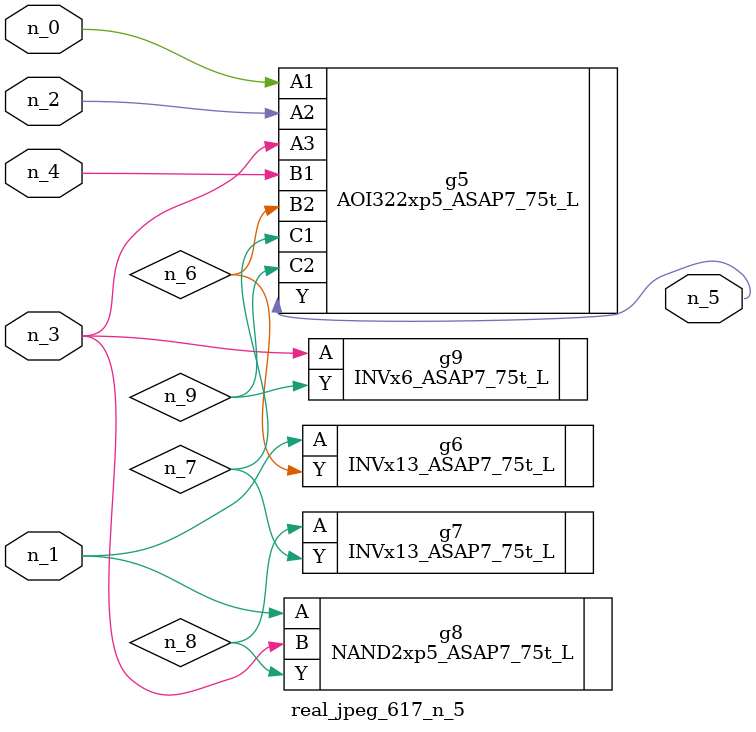
<source format=v>
module real_jpeg_617_n_5 (n_4, n_0, n_1, n_2, n_3, n_5);

input n_4;
input n_0;
input n_1;
input n_2;
input n_3;

output n_5;

wire n_8;
wire n_6;
wire n_7;
wire n_9;

AOI322xp5_ASAP7_75t_L g5 ( 
.A1(n_0),
.A2(n_2),
.A3(n_3),
.B1(n_4),
.B2(n_6),
.C1(n_7),
.C2(n_9),
.Y(n_5)
);

INVx13_ASAP7_75t_L g6 ( 
.A(n_1),
.Y(n_6)
);

NAND2xp5_ASAP7_75t_L g8 ( 
.A(n_1),
.B(n_3),
.Y(n_8)
);

INVx6_ASAP7_75t_L g9 ( 
.A(n_3),
.Y(n_9)
);

INVx13_ASAP7_75t_L g7 ( 
.A(n_8),
.Y(n_7)
);


endmodule
</source>
